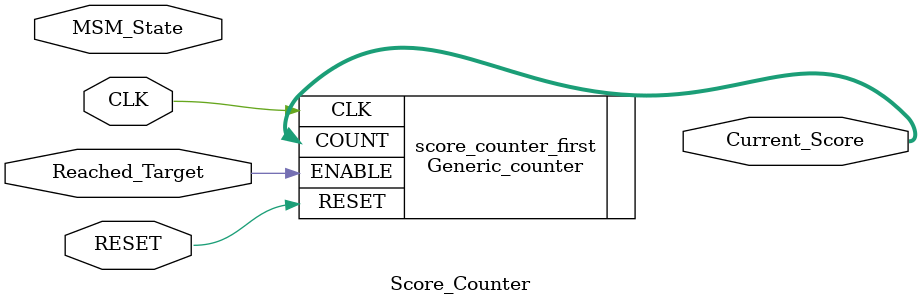
<source format=v>
`timescale 1ns / 1ps


module Score_Counter(
    input CLK,
    input RESET,
    input [1:0] MSM_State,
    input Reached_Target,
    output [7:0] Current_Score
    );
   
    // generate the fist digit number
    Generic_counter # ( .COUNTER_WIDTH(8),
                        .COUNTER_MAX(20)
                        )
                        score_counter_first(
                        .CLK(CLK),
                        .RESET(RESET),
                        .ENABLE(Reached_Target),
                        .COUNT(Current_Score)
                        );   
    
endmodule

</source>
